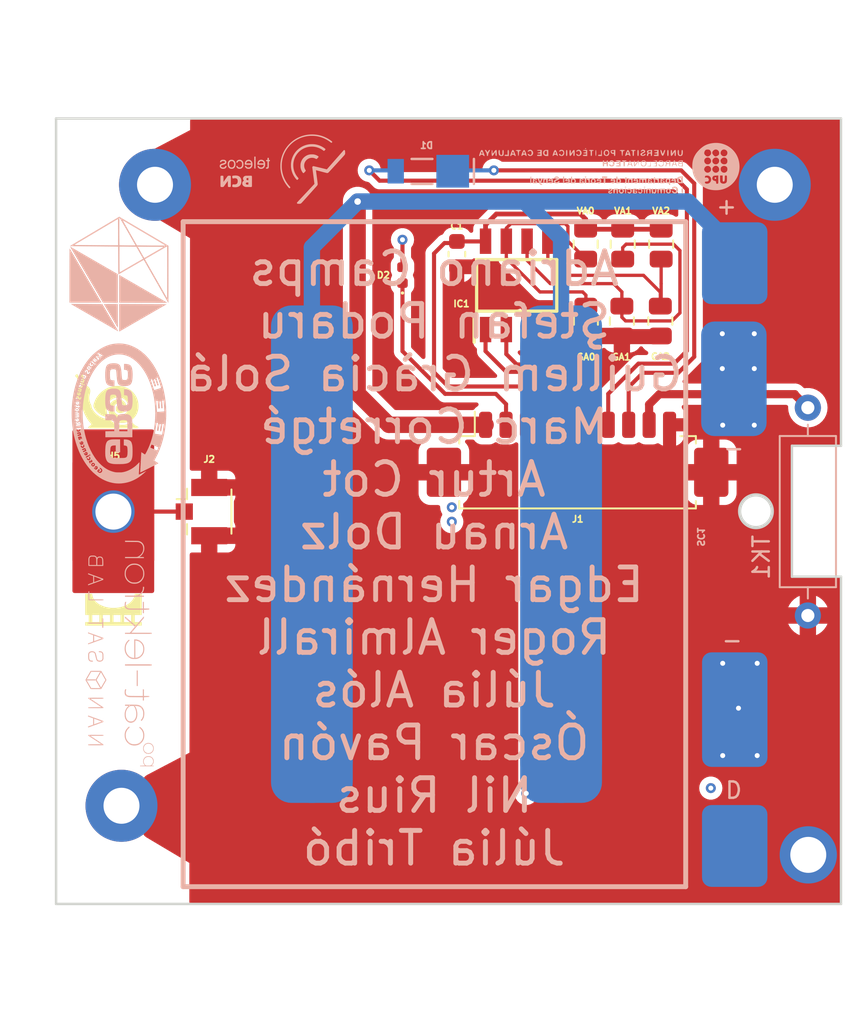
<source format=kicad_pcb>
(kicad_pcb (version 20221018) (generator pcbnew)
  (layers (0 "F.Cu" signal) (1 "In1.Cu" signal) (2 "In2.Cu" signal) (3 "In3.Cu" signal) (4 "In4.Cu" signal) (31 "B.Cu" signal) (34 "B.Paste" user) (35 "F.Paste" user) (36 "B.SilkS" user "B.Silkscreen") (37 "F.SilkS" user "F.Silkscreen") (38 "B.Mask" user) (39 "F.Mask" user) (44 "Edge.Cuts" user))
  (net 0 "")
  (net 1 "/SDA")
  (net 2 "/SCL")
  (net 3 "/VCC")
  (net 4 "/ADCS")
  (net 5 "/BURNCOMMS")
  (net 6 "/PH-")
  (net 7 "/PH+")
  (net 8 "/Antenna Connector")
  (net 9 "GND")
  (net 10 "/SOLAR")
  (net 11 "/VCC_MAG")
  (net 12 "Net-(IC1-A0)")
  (net 13 "Net-(IC1-A1)")
  (net 14 "Net-(IC1-A2)")
  (footprint "Resistor_SMD:R_0805_2012Metric" (layer "F.Cu") (at 111.952 54.3768 -90)
    (fp_text reference "GA2" (at 2.1714 -0.005 unlocked) (layer "F.SilkS") (effects (font (size 0.4 0.4))))
    (fp_text value "0R")
    (pad "1" smd roundrect (at -0.9125 0 270) (size 1.025 1.4) (layers "F.Cu" "F.Paste" "F.Mask") (roundrect_rratio 0.243902439) (net 14 "Net-(IC1-A2)"))
    (pad "2" smd roundrect (at 0.9125 0 270) (size 1.025 1.4) (layers "F.Cu" "F.Paste" "F.Mask") (roundrect_rratio 0.243902439) (net 9 "GND"))
  )
  (footprint "Resistor_SMD:R_0805_2012Metric" (layer "F.Cu") (at 109.651 49.6778 90)
    (fp_text reference "VA1" (at 2.032 0.02 unlocked) (layer "F.SilkS") (effects (font (size 0.4 0.4))))
    (fp_text value "0R")
    (pad "1" smd roundrect (at -0.9125 0 90) (size 1.025 1.4) (layers "F.Cu" "F.Paste" "F.Mask") (roundrect_rratio 0.243902439) (net 13 "Net-(IC1-A1)"))
    (pad "2" smd roundrect (at 0.9125 0 90) (size 1.025 1.4) (layers "F.Cu" "F.Paste" "F.Mask") (roundrect_rratio 0.243902439) (net 3 "/VCC"))
  )
  (footprint "Connector_Molex:Molex_PicoBlade_53261-1071_1x10-1MP_P1.25mm_Horizontal" (layer "F.Cu") (at 106.891617 63.118784)
    (fp_text reference "J1" (at 0.010783 3.360816 unlocked) (layer "F.SilkS") (effects (font (size 0.4 0.4))))
    (fp_text value "Conn_01x11_MountingPin")
    (pad "1" smd roundrect (at -5.625 -2.4) (size 0.8 1.6) (layers "F.Cu" "F.Paste" "F.Mask") (net 10 "/SOLAR"))
    (pad "2" smd roundrect (at -4.375 -2.4) (size 0.8 1.6) (layers "F.Cu" "F.Paste" "F.Mask") (net 4 "/ADCS"))
    (pad "3" smd roundrect (at -3.125 -2.4) (size 0.8 1.6) (layers "F.Cu" "F.Paste" "F.Mask") (net 11 "/VCC_MAG"))
    (pad "4" smd roundrect (at -1.875 -2.4) (size 0.8 1.6) (layers "F.Cu" "F.Paste" "F.Mask") (net 3 "/VCC"))
    (pad "5" smd roundrect (at -0.625 -2.4) (size 0.8 1.6) (layers "F.Cu" "F.Paste" "F.Mask") (net 1 "/SDA"))
    (pad "6" smd roundrect (at 0.625 -2.4) (size 0.8 1.6) (layers "F.Cu" "F.Paste" "F.Mask") (net 2 "/SCL"))
    (pad "7" smd roundrect (at 1.875 -2.4) (size 0.8 1.6) (layers "F.Cu" "F.Paste" "F.Mask") (net 6 "/PH-"))
    (pad "8" smd roundrect (at 3.125 -2.4) (size 0.8 1.6) (layers "F.Cu" "F.Paste" "F.Mask") (net 7 "/PH+"))
    (pad "9" smd roundrect (at 4.375 -2.4) (size 0.8 1.6) (layers "F.Cu" "F.Paste" "F.Mask") (net 5 "/BURNCOMMS"))
    (pad "10" smd roundrect (at 5.625 -2.4) (size 0.8 1.6) (layers "F.Cu" "F.Paste" "F.Mask") (net 9 "GND"))
    (pad "MP" smd roundrect (at -8.175 0.5) (size 2.1 3) (layers "F.Cu" "F.Paste" "F.Mask") (roundrect_rratio 0.1190480952) (net 9 "GND"))
    (pad "MP" smd roundrect (at 8.175 0.5) (size 2.1 3) (layers "F.Cu" "F.Paste" "F.Mask") (roundrect_rratio 0.1190480952) (net 9 "GND"))
  )
  (footprint "Resistor_SMD:R_0805_2012Metric" (layer "F.Cu") (at 112.002 49.6778 90)
    (fp_text reference "VA2" (at 2.032 -0.002 unlocked) (layer "F.SilkS") (effects (font (size 0.4 0.4))))
    (fp_text value "0R")
    (pad "1" smd roundrect (at -0.9125 0 90) (size 1.025 1.4) (layers "F.Cu" "F.Paste" "F.Mask") (roundrect_rratio 0.243902439) (net 14 "Net-(IC1-A2)"))
    (pad "2" smd roundrect (at 0.9125 0 90) (size 1.025 1.4) (layers "F.Cu" "F.Paste" "F.Mask") (roundrect_rratio 0.243902439) (net 3 "/VCC"))
  )
  (footprint "sensor-nsl:TCN75AVOA" (layer "F.Cu") (at 103.1186 52.2222 90)
    (fp_text reference "IC1" (at -1.1002 -3.3282 unlocked) (layer "F.SilkS") (effects (font (size 0.4 0.4))))
    (fp_text value "TCN75AVOA713")
    (pad "1" smd rect (at -2.675 -1.855 180) (size 0.7 1.55) (layers "F.Cu" "F.Paste" "F.Mask") (net 1 "/SDA"))
    (pad "2" smd rect (at -2.675 -0.585 180) (size 0.7 1.55) (layers "F.Cu" "F.Paste" "F.Mask") (net 2 "/SCL"))
    (pad "3" smd rect (at -2.675 0.685 180) (size 0.7 1.55) (layers "F.Cu" "F.Paste" "F.Mask") (net 9 "GND"))
    (pad "4" smd rect (at -2.675 1.955 180) (size 0.7 1.55) (layers "F.Cu" "F.Paste" "F.Mask") (net 9 "GND"))
    (pad "5" smd rect (at 2.725 1.955 180) (size 0.7 1.55) (layers "F.Cu" "F.Paste" "F.Mask") (net 14 "Net-(IC1-A2)"))
    (pad "6" smd rect (at 2.725 0.685 180) (size 0.7 1.55) (layers "F.Cu" "F.Paste" "F.Mask") (net 13 "Net-(IC1-A1)"))
    (pad "7" smd rect (at 2.725 -0.585 180) (size 0.7 1.55) (layers "F.Cu" "F.Paste" "F.Mask") (net 12 "Net-(IC1-A0)"))
    (pad "8" smd rect (at 2.725 -1.855 180) (size 0.7 1.55) (layers "F.Cu" "F.Paste" "F.Mask") (net 3 "/VCC"))
  )
  (footprint "Resistor_SMD:R_0805_2012Metric" (layer "F.Cu") (at 107.385 49.6778 90)
    (fp_text reference "VA0" (at 2.032 -0.001 unlocked) (layer "F.SilkS") (effects (font (size 0.4 0.4))))
    (fp_text value "0R")
    (pad "1" smd roundrect (at -0.9125 0 90) (size 1.025 1.4) (layers "F.Cu" "F.Paste" "F.Mask") (roundrect_rratio 0.243902439) (net 12 "Net-(IC1-A0)"))
    (pad "2" smd roundrect (at 0.9125 0 90) (size 1.025 1.4) (layers "F.Cu" "F.Paste" "F.Mask") (roundrect_rratio 0.243902439) (net 3 "/VCC"))
  )
  (footprint "LED_SMD:LED_0402_1005Metric" (layer "F.Cu") (at 96.1836 51.5721 90)
    (fp_text reference "D2" (at 0 -1.17 unlocked) (layer "F.SilkS") (effects (font (size 0.4 0.4))))
    (fp_text value "LED")
    (pad "1" smd roundrect (at -0.485 0 90) (size 0.59 0.64) (layers "F.Cu" "F.Paste" "F.Mask") (net 4 "/ADCS"))
    (pad "2" smd roundrect (at 0.485 0 90) (size 0.59 0.64) (layers "F.Cu" "F.Paste" "F.Mask") (net 11 "/VCC_MAG"))
  )
  (footprint "symbols-nsl:Bridgemaker" (layer "F.Cu") (at 78.556 71.92522 180)
    (fp_text reference "Annotation1" hide)
    (fp_text value "bridgemaker")
  )
  (footprint "MountingHole:MountingHole_2.2mm_M2_Pad" (layer "F.Cu") (at 81.05 46.05)
    (fp_text reference "H1" hide)
    (fp_text value "MountingHole_Pad" hide)
    (pad "1" thru_hole circle (at 0 0) (size 4.4 4.4) (drill 2.2) (layers "*.Cu" "*.Mask") (net 9 "GND"))
  )
  (footprint "Capacitor_SMD:C_0603_1608Metric" (layer "F.Cu") (at 99.511 50.2874 -90)
    (fp_text reference "C1" (at -1.7272 0 unlocked) (layer "F.SilkS") (effects (font (size 0.4 0.4))))
    (fp_text value "1 uF")
    (pad "1" smd roundrect (at -0.775 0 270) (size 0.9 0.95) (layers "F.Cu" "F.Paste" "F.Mask") (net 3 "/VCC"))
    (pad "2" smd roundrect (at 0.775 0 270) (size 0.9 0.95) (layers "F.Cu" "F.Paste" "F.Mask") (net 9 "GND"))
  )
  (footprint "MountingHole:MountingHole_2.2mm_M2_Pad" (layer "F.Cu") (at 121 87)
    (fp_text reference "H3" hide)
    (fp_text value "MountingHole_Pad" hide)
    (pad "1" thru_hole circle (at 0 0) (size 3.5 3.5) (drill 2.2) (layers "*.Cu" "*.Mask") (net 9 "GND"))
  )
  (footprint "symbols-nsl:Snail" (layer "F.Cu") (at 78.81 59.7232)
    (fp_text reference "Annotation2" hide)
    (fp_text value "snail")
  )
  (footprint "MountingHole:MountingHole_2.2mm_M2_Pad" (layer "F.Cu") (at 79 84)
    (fp_text reference "H4" hide)
    (fp_text value "MountingHole_Pad" hide)
    (pad "1" thru_hole circle (at 0 0) (size 4.4 4.4) (drill 2.2) (layers "*.Cu" "*.Mask") (net 9 "GND"))
  )
  (footprint "MountingHole:MountingHole_2.2mm_M2_Pad" (layer "F.Cu") (at 119 46)
    (fp_text reference "H2" hide)
    (fp_text value "MountingHole_Pad" hide)
    (pad "1" thru_hole circle (at -0.05 0.05) (size 4.4 4.4) (drill 2.2) (layers "*.Cu" "*.Mask") (net 9 "GND"))
  )
  (footprint "Resistor_SMD:R_0805_2012Metric" (layer "F.Cu") (at 107.4 54.3768 -90)
    (fp_text reference "GA0" (at 2.1968 -0.0104 unlocked) (layer "F.SilkS") (effects (font (size 0.4 0.4))))
    (fp_text value "0R")
    (pad "1" smd roundrect (at -0.9125 0 270) (size 1.025 1.4) (layers "F.Cu" "F.Paste" "F.Mask") (roundrect_rratio 0.243902439) (net 12 "Net-(IC1-A0)"))
    (pad "2" smd roundrect (at 0.9125 0 270) (size 1.025 1.4) (layers "F.Cu" "F.Paste" "F.Mask") (roundrect_rratio 0.243902439) (net 9 "GND"))
  )
  (footprint "Resistor_SMD:R_0805_2012Metric" (layer "F.Cu") (at 109.601 54.3768 -90)
    (fp_text reference "GA1" (at 2.1968 0.0316 unlocked) (layer "F.SilkS") (effects (font (size 0.4 0.4))))
    (fp_text value "0R")
    (pad "1" smd roundrect (at -0.9125 0 270) (size 1.025 1.4) (layers "F.Cu" "F.Paste" "F.Mask") (roundrect_rratio 0.243902439) (net 13 "Net-(IC1-A1)"))
    (pad "2" smd roundrect (at 0.9125 0 270) (size 1.025 1.4) (layers "F.Cu" "F.Paste" "F.Mask") (roundrect_rratio 0.243902439) (net 9 "GND"))
  )
  (footprint "MountingHole:MountingHole_2.2mm_M2_DIN965_Pad_TopOnly" (layer "F.Cu") (at 78.5052 66.0224)
    (fp_text reference "H5" (at 0 -3.4036 unlocked) (layer "F.SilkS") (effects (font (size 0.4 0.4))))
    (fp_text value "MountingHole_Pad")
    (pad "1" thru_hole circle (at 0 0) (size 2.6 2.6) (drill 2.2) (layers "*.Cu" "*.Mask") (net 8 "/Antenna Connector"))
    (pad "1" connect rect (at 0 0) (size 5 6) (layers "F.Cu" "F.Mask") (net 8 "/Antenna Connector"))
  )
  (footprint "Connector_Coaxial:U.FL_Hirose_U.FL-R-SMT-1_Vertical" (layer "F.Cu") (at 83.89 66.0224)
    (fp_text reference "J2" (at 0.475 -3.2 unlocked) (layer "F.SilkS") (effects (font (size 0.4 0.4))))
    (fp_text value "Conn_Coaxial")
    (pad "1" smd rect (at -1.05 0) (size 1.05 1) (layers "F.Cu" "F.Paste" "F.Mask") (net 8 "/Antenna Connector"))
    (pad "2" smd rect (at 0.475 -1.475) (size 2.2 1.05) (layers "F.Cu" "F.Paste" "F.Mask") (net 9 "GND"))
    (pad "2" smd rect (at 0.475 1.475) (size 2.2 1.05) (layers "F.Cu" "F.Paste" "F.Mask") (net 9 "GND"))
  )
  (footprint "symbols-nsl:UPC_small" (layer "B.Cu") (at 108.516852 45.249813 180)
    (fp_text reference "Annotation7" hide)
    (fp_text value "UPC" hide)
  )
  (footprint "power-nsl:Lighttricity_S3040_CIC" (layer "B.Cu") (at 113.5036 88.9444 90)
    (fp_text reference "SC1" (at 21.3868 0.9172 270 unlocked) (layer "B.SilkS") (effects (font (size 0.4 0.4) (thickness 0.1)) (justify mirror)))
    (fp_text value "~")
    (fp_text user "-" (at 14.4892 3.5588 unlocked) (layer "B.SilkS") (effects (justify left bottom mirror)))
    (fp_text user "D" (at 6.5644 2.3396 180 unlocked) (layer "B.SilkS") (effects (justify left bottom mirror)))
    (fp_text user "-" (at 26.224 3.6604 unlocked) (layer "B.SilkS") (effects (justify left bottom mirror)))
    (pad "1" smd roundrect (at 10.8204 3 90) (size 7 4) (layers "B.Cu" "B.Paste" "B.Mask") (roundrect_rratio 0.1428571429) (net 9 "GND"))
    (pad "1" smd roundrect (at 31.0388 2.9464 90) (size 7 4) (layers "B.Cu" "B.Paste" "B.Mask") (roundrect_rratio 0.2) (net 9 "GND"))
    (pad "2" smd roundrect (at 2.4892 2.9972 90) (size 5 4) (layers "B.Cu" "B.Paste" "B.Mask") (roundrect_rratio 0.1428571429))
    (pad "3" smd roundrect (at 7.62 -22.86 90) (size 5 5) (layers "B.Cu" "B.Paste" "B.Mask") (net 10 "/SOLAR"))
    (pad "3" smd roundrect (at 7.62 -7.62 90) (size 5 5) (layers "B.Cu" "B.Paste" "B.Mask") (net 10 "/SOLAR"))
    (pad "3" smd roundrect (at 33.02 -22.86 90) (size 5 5) (layers "B.Cu" "B.Paste" "B.Mask") (net 10 "/SOLAR"))
    (pad "3" smd roundrect (at 33.02 -7.62 90) (size 5 5) (layers "B.Cu" "B.Paste" "B.Mask") (net 10 "/SOLAR"))
    (pad "3" smd roundrect (at 38.1 2.9972 90) (size 5 4) (layers "B.Cu" "B.Paste" "B.Mask") (roundrect_rratio 0.1428571429) (net 10 "/SOLAR"))
  )
  (footprint "symbols-nsl:Telecos" (layer "B.Cu") (at 88.538201 45.1436 180)
    (fp_text reference "Annotation5" hide)
    (fp_text value "telecos" hide)
  )
  (footprint "symbols-nsl:NSL_hexagon" (layer "B.Cu") (at 78.81 51.5444 180)
    (fp_text reference "Annotation4" hide)
    (fp_text value "Logo lektron")
  )
  (footprint "symbols-nsl:GRSS" (layer "B.Cu") (at 78.7592 60.028 90)
    (fp_text reference "Annotation8" hide)
    (fp_text value "GRSS")
  )
  (footprint "symbols-nsl:pocat_lektron" (layer "B.Cu") (at 79.7752 74.4044 90)
    (fp_text reference "Annotation3" hide)
    (fp_text value "pocat-lektron")
  )
  (footprint "Resistor_THT:R_Axial_DIN0309_L9.0mm_D3.2mm_P12.70mm_Horizontal" (layer "B.Cu") (at 120.974 59.6724 -90)
    (fp_text reference "TK1" (at 9.144 2.8448 90) (layer "B.SilkS") (effects (justify mirror)))
    (fp_text value "4.7")
    (pad "1" thru_hole circle (at 0 0 270) (size 1.6 1.6) (drill 0.8) (layers "*.Cu" "*.Mask") (net 5 "/BURNCOMMS"))
    (pad "2" thru_hole oval (at 12.7 0 270) (size 1.6 1.6) (drill 0.8) (layers "*.Cu" "*.Mask") (net 9 "GND"))
  )
  (footprint "passive-nsl:SLCD-61N8" (layer "B.Cu") (at 97.6568 45.296 180)
    (fp_text reference "D1" (at 0 1.651 unlocked) (layer "B.SilkS") (effects (font (size 0.4 0.4) (thickness 0.1)) (justify mirror)))
    (fp_text value "SLCD-61N8")
    (pad "1" smd rect (at 1.8855 0.075 180) (size 1 1.5) (layers "B.Cu" "B.Paste" "B.Mask") (net 6 "/PH-"))
    (pad "2" smd rect (at -1.6 0.075 180) (size 2 2) (layers "B.Cu" "B.Paste" "B.Mask") (net 7 "/PH+"))
  )
  (footprint "symbols-nsl:NSL-small" (layer "B.Cu") (at 77.442938 74.802509 90)
    (fp_text reference "Annotation6" hide)
    (fp_text value "Nanosatlab" hide)
  )
  (gr_line (start 75 90) (end 123 90) (stroke (width 0.15)) (layer "Edge.Cuts"))
  (gr_line (start 120 62) (end 123 62) (stroke (width 0.15)) (layer "Edge.Cuts"))
  (gr_line (start 123 42) (end 123 62) (stroke (width 0.15)) (layer "Edge.Cuts"))
  (gr_line (start 75 42) (end 75 90) (stroke (width 0.15)) (layer "Edge.Cuts"))
  (gr_line (start 75 42) (end 123 42) (stroke (width 0.15)) (layer "Edge.Cuts"))
  (gr_line (start 123 90) (end 123 70) (stroke (width 0.15)) (layer "Edge.Cuts"))
  (gr_circle (center 117.8 66) (end 118.8 66) (stroke (width 0.2)) (fill none) (layer "Edge.Cuts"))
  (gr_line (start 120 62) (end 120 70) (stroke (width 0.15)) (layer "Edge.Cuts"))
  (gr_line (start 120 70) (end 123 70) (stroke (width 0.15)) (layer "Edge.Cuts"))
  (gr_text "Adriano Camps\nŞtefan Podaru\nGuillem Gràcia Solá\nMarc Corretgé\nArtur Cot\nArnau Dolz\nEdgar Hernández\nRoger Almirall\nJúlia Alós\nÓscar Pavón\nNil Rius\nJúlia Tribó\n" (at 98.114 87.7648) (layer "B.SilkS") (effects (font (size 2 2) (thickness 0.3) bold) (justify bottom mirror)))
  (gr_text "+" (at 115.2844 46.9216 180) (layer "B.SilkS") (effects (font (size 1 1)) (justify left bottom mirror)))
  (segment (start 101.2636 54.8972) (end 101.2636 56.218) (width 0.25) (layer "F.Cu") (net 1))
  (segment (start 101.2636 56.218) (end 102.5264 57.4808) (width 0.25) (layer "F.Cu") (net 1))
  (segment (start 106.266617 58.147617) (end 106.266617 60.718784) (width 0.25) (layer "F.Cu") (net 1))
  (segment (start 105.5998 57.4808) (end 106.266617 58.147617) (width 0.25) (layer "F.Cu") (net 1))
  (segment (start 102.5264 57.4808) (end 105.5998 57.4808) (width 0.25) (layer "F.Cu") (net 1))
  (segment (start 103.1686 57.0308) (end 106.9278 57.0308) (width 0.25) (layer "F.Cu") (net 2))
  (segment (start 102.5336 54.8972) (end 102.5336 56.3958) (width 0.25) (layer "F.Cu") (net 2))
  (segment (start 106.9278 57.0308) (end 107.516617 57.619617) (width 0.25) (layer "F.Cu") (net 2))
  (segment (start 102.5336 56.3958) (end 103.1686 57.0308) (width 0.25) (layer "F.Cu") (net 2))
  (segment (start 107.516617 57.619617) (end 107.516617 60.718784) (width 0.25) (layer "F.Cu") (net 2))
  (segment (start 104.337 58.377) (end 105.016617 59.056617) (width 0.25) (layer "F.Cu") (net 3))
  (segment (start 98.978996 58.377) (end 104.337 58.377) (width 0.25) (layer "F.Cu") (net 3))
  (segment (start 109.651 48.7653) (end 112.002 48.7653) (width 0.293) (layer "F.Cu") (net 3))
  (segment (start 107.385 48.1535) (end 107.0675 47.836) (width 0.293) (layer "F.Cu") (net 3))
  (segment (start 101.924 47.836) (end 101.2636 48.4964) (width 0.293) (layer "F.Cu") (net 3))
  (segment (start 98.114 57.512004) (end 98.978996 58.377) (width 0.25) (layer "F.Cu") (net 3))
  (segment (start 101.2484 49.5124) (end 101.2636 49.4972) (width 0.25) (layer "F.Cu") (net 3))
  (segment (start 101.2636 48.4964) (end 101.2636 49.4972) (width 0.293) (layer "F.Cu") (net 3))
  (segment (start 105.016617 59.056617) (end 105.016617 60.718784) (width 0.25) (layer "F.Cu") (net 3))
  (segment (start 107.385 48.7653) (end 109.651 48.7653) (width 0.293) (layer "F.Cu") (net 3))
  (segment (start 107.385 48.7653) (end 107.385 48.1535) (width 0.293) (layer "F.Cu") (net 3))
  (segment (start 99.511 49.5124) (end 101.2484 49.5124) (width 0.25) (layer "F.Cu") (net 3))
  (segment (start 107.0675 47.836) (end 101.924 47.836) (width 0.293) (layer "F.Cu") (net 3))
  (segment (start 98.114 50.249) (end 98.114 57.512004) (width 0.25) (layer "F.Cu") (net 3))
  (segment (start 98.7526 49.6104) (end 98.114 50.249) (width 0.25) (layer "F.Cu") (net 3))
  (segment (start 99.4614 49.6104) (end 98.7526 49.6104) (width 0.25) (layer "F.Cu") (net 3))
  (segment (start 96.1836 56.218) (end 96.1836 52.0571) (width 0.25) (layer "F.Cu") (net 4))
  (segment (start 101.8914 58.827) (end 102.516617 59.452217) (width 0.25) (layer "F.Cu") (net 4))
  (segment (start 102.516617 59.452217) (end 102.516617 60.718784) (width 0.25) (layer "F.Cu") (net 4))
  (segment (start 96.1836 56.218) (end 98.7926 58.827) (width 0.25) (layer "F.Cu") (net 4))
  (segment (start 98.7926 58.827) (end 101.8914 58.827) (width 0.25) (layer "F.Cu") (net 4))
  (segment (start 120.174001 58.847001) (end 111.893399 58.847001) (width 0.5) (layer "F.Cu") (net 5))
  (segment (start 120.174001 58.847001) (end 120.174001 58.872401) (width 0.5) (layer "F.Cu") (net 5))
  (segment (start 111.893399 58.847001) (end 111.266617 59.473783) (width 0.5) (layer "F.Cu") (net 5))
  (segment (start 111.266617 59.473783) (end 111.266617 60.718784) (width 0.5) (layer "F.Cu") (net 5))
  (segment (start 120.174001 58.872401) (end 120.974 59.6724) (width 0.5) (layer "F.Cu") (net 5))
  (segment (start 113.5758 46.3306) (end 113.5758 56.1994) (width 0.25) (layer "F.Cu") (net 6))
  (segment (start 94.1516 45.169) (end 94.7816 45.799) (width 0.25) (layer "F.Cu") (net 6))
  (segment (start 113.5758 56.1994) (end 112.7952 56.98) (width 0.25) (layer "F.Cu") (net 6))
  (segment (start 113.0442 45.799) (end 113.5758 46.3306) (width 0.25) (layer "F.Cu") (net 6))
  (segment (start 112.7952 56.98) (end 110.6108 56.98) (width 0.25) (layer "F.Cu") (net 6))
  (segment (start 110.6108 56.98) (end 108.766617 58.824183) (width 0.25) (layer "F.Cu") (net 6))
  (segment (start 94.7816 45.799) (end 113.0442 45.799) (width 0.25) (layer "F.Cu") (net 6))
  (segment (start 108.766617 58.824183) (end 108.766617 60.718784) (width 0.25) (layer "F.Cu") (net 6))
  (via (at 94.1516 45.169) (size 0.61) (drill 0.305) (layers "F.Cu" "B.Cu") (net 6))
  (segment (start 95.7193 45.169) (end 95.7713 45.221) (width 0.25) (layer "B.Cu") (net 6))
  (segment (start 94.1516 45.169) (end 95.7193 45.169) (width 0.25) (layer "B.Cu") (net 6))
  (segment (start 101.7716 45.169) (end 113.227 45.169) (width 0.25) (layer "F.Cu") (net 7))
  (segment (start 110.016617 58.412383) (end 110.016617 60.718784) (width 0.25) (layer "F.Cu") (net 7))
  (segment (start 110.8902 57.5388) (end 110.016617 58.412383) (width 0.25) (layer "F.Cu") (net 7))
  (segment (start 113.049898 57.5388) (end 110.8902 57.5388) (width 0.25) (layer "F.Cu") (net 7))
  (segment (start 114.0258 45.9678) (end 114.0258 56.562898) (width 0.25) (layer "F.Cu") (net 7))
  (segment (start 114.0258 56.562898) (end 113.049898 57.5388) (width 0.25) (layer "F.Cu") (net 7))
  (segment (start 113.227 45.169) (end 114.0258 45.9678) (width 0.25) (layer "F.Cu") (net 7))
  (via (at 101.7716 45.169) (size 0.61) (drill 0.305) (layers "F.Cu" "B.Cu") (net 7))
  (segment (start 101.7716 45.169) (end 98.9733 45.169) (width 0.25) (layer "B.Cu") (net 7))
  (segment (start 98.9733 45.169) (end 98.9213 45.221) (width 0.25) (layer "B.Cu") (net 7))
  (segment (start 82.915 66.0224) (end 78.5052 66.0224) (width 0.25) (layer "F.Cu") (net 8))
  (via (at 115.767 60.7392) (size 0.61) (drill 0.305) (layers "F.Cu" "B.Cu") (net 9))
  (via (at 117.6974 57.2848) (size 0.61) (drill 0.305) (layers "F.Cu" "B.Cu") (net 9))
  (via (at 117.6974 55.1512) (size 0.61) (drill 0.305) (layers "F.Cu" "B.Cu") (net 9))
  (via (at 117.8752 75.2934) (size 0.61) (drill 0.305) (layers "F.Cu" "B.Cu") (net 9))
  (via (at 117.8752 80.9322) (size 0.61) (drill 0.305) (layers "F.Cu" "B.Cu") (net 9))
  (via (at 115.767 75.2934) (size 0.61) (drill 0.305) (layers "F.Cu" "B.Cu") (net 9))
  (via (at 115.767 80.9322) (size 0.61) (drill 0.305) (layers "F.Cu" "B.Cu") (net 9))
  (via (at 115.7416 55.1512) (size 0.61) (drill 0.305) (layers "F.Cu" "B.Cu") (net 9))
  (via (at 116.7322 78.0366) (size 0.61) (drill 0.305) (layers "F.Cu" "B.Cu") (net 9))
  (via (at 117.6974 60.7392) (size 0.61) (drill 0.305) (layers "F.Cu" "B.Cu") (net 9))
  (via (at 115.7416 57.2848) (size 0.61) (drill 0.305) (layers "F.Cu" "B.Cu") (net 9))
  (segment (start 95.350384 60.718784) (end 93.4404 58.8088) (width 1) (layer "F.Cu") (net 10))
  (segment (start 93.4404 47.074) (end 93.4404 47.0232) (width 0.25) (layer "F.Cu") (net 10))
  (segment (start 93.4404 58.8088) (end 93.4404 47.074) (width 1) (layer "F.Cu") (net 10))
  (segment (start 101.266617 60.718784) (end 95.350384 60.718784) (width 1) (layer "F.Cu") (net 10))
  (via (at 93.4404 47.074) (size 0.8) (drill 0.4) (layers "F.Cu" "B.Cu") (net 10))
  (segment (start 113.6334 47.074) (end 115.7162 49.1568) (width 1) (layer "B.Cu") (net 10))
  (segment (start 105.8836 81.3244) (end 105.8836 55.9244) (width 5) (layer "B.Cu") (net 10))
  (segment (start 93.4404 47.074) (end 103.6512 47.074) (width 1) (layer "B.Cu") (net 10))
  (segment (start 103.6512 47.074) (end 113.6334 47.074) (width 1) (layer "B.Cu") (net 10))
  (segment (start 105.8836 49.3064) (end 103.6512 47.074) (width 1) (layer "B.Cu") (net 10))
  (segment (start 90.6436 49.8708) (end 90.6436 55.9244) (width 1) (layer "B.Cu") (net 10))
  (segment (start 93.4404 47.074) (end 90.6436 49.8708) (width 1) (layer "B.Cu") (net 10))
  (segment (start 90.6436 81.3244) (end 90.6436 55.9244) (width 5) (layer "B.Cu") (net 10))
  (segment (start 105.8836 55.9244) (end 105.8836 49.3064) (width 1) (layer "B.Cu") (net 10))
  (segment (start 96.1836 51.0871) (end 96.1836 49.408) (width 0.25) (layer "F.Cu") (net 11))
  (segment (start 103.7528 83.2436) (end 103.766617 83.229783) (width 0.2) (layer "F.Cu") (net 11))
  (segment (start 103.766617 83.229783) (end 103.766617 60.718784) (width 0.2) (layer "F.Cu") (net 11))
  (via (at 103.7528 83.2436) (size 0.61) (drill 0.305) (layers "F.Cu" "B.Cu") (net 11))
  (via (at 99.2 66.64) (size 0.61) (drill 0.305) (layers "F.Cu" "B.Cu") (net 11))
  (via (at 96.1836 49.408) (size 0.61) (drill 0.305) (layers "F.Cu" "B.Cu") (net 11))
  (via (at 99.201 65.76) (size 0.61) (drill 0.305) (layers "F.Cu" "B.Cu") (net 11))
  (via (at 115.04 82.92) (size 0.61) (drill 0.305) (layers "F.Cu" "B.Cu") (net 11))
  (segment (start 107.385 50.5778) (end 106.3 49.4928) (width 0.2) (layer "F.Cu") (net 12))
  (segment (start 107.385 50.5903) (end 107.385 50.5778) (width 0.2) (layer "F.Cu") (net 12))
  (segment (start 106.3 48.5928) (end 106.1294 48.4222) (width 0.2) (layer "F.Cu") (net 12))
  (segment (start 107.4 53.4643) (end 107.4 52.7938) (width 0.2) (layer "F.Cu") (net 12))
  (segment (start 104.591 52.5988) (end 102.5336 50.5414) (width 0.2) (layer "F.Cu") (net 12))
  (segment (start 106.3 49.4928) (end 106.3 48.5928) (width 0.2) (layer "F.Cu") (net 12))
  (segment (start 107.205 52.5988) (end 104.591 52.5988) (width 0.2) (layer "F.Cu") (net 12))
  (segment (start 106.1294 48.4222) (end 102.811 48.4222) (width 0.2) (layer "F.Cu") (net 12))
  (segment (start 102.811 48.4222) (end 102.5336 48.6996) (width 0.2) (layer "F.Cu") (net 12))
  (segment (start 102.5336 48.6996) (end 102.5336 49.4972) (width 0.2) (layer "F.Cu") (net 12))
  (segment (start 107.4 52.7938) (end 107.205 52.5988) (width 0.2) (layer "F.Cu") (net 12))
  (segment (start 102.5336 50.5414) (end 102.5336 49.4972) (width 0.2) (layer "F.Cu") (net 12))
  (segment (start 112.6632 54.3688) (end 109.8259 54.3688) (width 0.2) (layer "F.Cu") (net 13))
  (segment (start 113.1508 50.0712) (end 113.1508 53.8812) (width 0.2) (layer "F.Cu") (net 13))
  (segment (start 109.8612 49.6778) (end 112.7574 49.6778) (width 0.2) (layer "F.Cu") (net 13))
  (segment (start 109.097 52.0908) (end 105.226 52.0908) (width 0.2) (layer "F.Cu") (net 13))
  (segment (start 112.7574 49.6778) (end 113.1508 50.0712) (width 0.2) (layer "F.Cu") (net 13))
  (segment (start 109.651 49.888) (end 109.8612 49.6778) (width 0.2) (layer "F.Cu") (net 13))
  (segment (start 113.1508 53.8812) (end 112.6632 54.3688) (width 0.2) (layer "F.Cu") (net 13))
  (segment (start 109.601 53.4643) (end 109.601 52.5948) (width 0.2) (layer "F.Cu") (net 13))
  (segment (start 109.601 52.5948) (end 109.097 52.0908) (width 0.2) (layer "F.Cu") (net 13))
  (segment (start 109.651 50.5903) (end 109.651 49.888) (width 0.2) (layer "F.Cu") (net 13))
  (segment (start 105.226 52.0908) (end 103.8036 50.6684) (width 0.2) (layer "F.Cu") (net 13))
  (segment (start 103.8036 50.6684) (end 103.8036 49.4972) (width 0.2) (layer "F.Cu") (net 13))
  (segment (start 109.8259 54.3688) (end 109.601 54.1439) (width 0.2) (layer "F.Cu") (net 13))
  (segment (start 109.601 54.1439) (end 109.601 53.4643) (width 0.2) (layer "F.Cu") (net 13))
  (segment (start 112.002 52.0908) (end 112.002 53.4143) (width 0.2) (layer "F.Cu") (net 14))
  (segment (start 112 53.4163) (end 111.952 53.4643) (width 0.2) (layer "F.Cu") (net 14))
  (segment (start 105.988 51.5828) (end 105.0736 50.6684) (width 0.2) (layer "F.Cu") (net 14))
  (segment (start 105.0736 50.6684) (end 105.0736 49.4972) (width 0.2) (layer "F.Cu") (net 14))
  (segment (start 112.002 53.4143) (end 111.952 53.4643) (width 0.2) (layer "F.Cu") (net 14))
  (segment (start 112.002 50.5903) (end 112.002 52.0908) (width 0.2) (layer "F.Cu") (net 14))
  (segment (start 110.9228 51.5828) (end 105.988 51.5828) (width 0.2) (layer "F.Cu") (net 14))
  (segment (start 111.952 52.612) (end 110.9228 51.5828) (width 0.2) (layer "F.Cu") (net 14))
  (segment (start 111.952 53.4643) (end 111.952 52.612) (width 0.2) (layer "F.Cu") (net 14))
  (zone (net 8) (net_name "/Antenna Connector") (layer "F.Cu") (connect_pads yes (clearance 0.4)) (min_thickness 0.254) (fill yes (thermal_gap 0.508) (thermal_bridge_width 0.508))
    (polygon (pts (xy 81 71) (xy 76 71) (xy 76 61) (xy 81 61)))
  )
  (zone (net 9) (net_name "GND") (layer "F.Cu") (connect_pads (clearance 0.4)) (min_thickness 0.254) (fill yes (thermal_gap 0.508) (thermal_bridge_width 0.508) (smoothing fillet) (radius 0.5))
    (polygon (pts (xy 83.26 87.558361) (xy 80.27 85.78) (xy 80.29 82.26) (xy 83.26 80.700361)))
  )
  (zone (net 0) (net_name "") (layer "F.Cu") (name "Coax_under") (connect_pads (clearance 0)) (min_thickness 0.25)
    (keepout (tracks not_allowed) (vias not_allowed) (pads not_allowed) (copperpour not_allowed) (footprints allowed))
    (fill (thermal_gap 0.5) (thermal_bridge_width 0.5))
    (polygon (pts (xy 83.5852 65.2604) (xy 85.8712 65.2604) (xy 85.8712 66.8352) (xy 83.5852 66.8352)))
  )
  (zone (net 9) (net_name "GND") (layer "F.Cu") (connect_pads (clearance 0.4)) (min_thickness 0.254) (fill yes (thermal_gap 0.508) (thermal_bridge_width 0.508) (smoothing fillet) (radius 0.5))
    (polygon (pts (xy 83.42 49.448) (xy 80.43 47.669639) (xy 80.45 44.149639) (xy 83.42 42.59)))
  )
  (zone (net 9) (net_name "GND") (layer "F.Cu") (connect_pads (clearance 0.4)) (min_thickness 0.254) (fill yes (thermal_gap 0.5) (thermal_bridge_width 1))
    (polygon (pts (xy 83.197677 41.499695) (xy 123.5 41.5) (xy 123.5 91) (xy 83.147677 90.999695)))
  )
)
</source>
